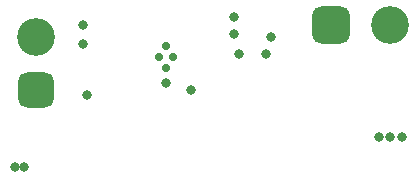
<source format=gbs>
G04*
G04 #@! TF.GenerationSoftware,Altium Limited,Altium Designer,20.1.7 (139)*
G04*
G04 Layer_Color=16711935*
%FSLAX25Y25*%
%MOIN*%
G70*
G04*
G04 #@! TF.SameCoordinates,340D3123-0E3B-44FA-9BA9-5BA34B2CC4A0*
G04*
G04*
G04 #@! TF.FilePolarity,Negative*
G04*
G01*
G75*
G04:AMPARAMS|DCode=41|XSize=126.11mil|YSize=126.11mil|CornerRadius=33.53mil|HoleSize=0mil|Usage=FLASHONLY|Rotation=0.000|XOffset=0mil|YOffset=0mil|HoleType=Round|Shape=RoundedRectangle|*
%AMROUNDEDRECTD41*
21,1,0.12611,0.05906,0,0,0.0*
21,1,0.05906,0.12611,0,0,0.0*
1,1,0.06706,0.02953,-0.02953*
1,1,0.06706,-0.02953,-0.02953*
1,1,0.06706,-0.02953,0.02953*
1,1,0.06706,0.02953,0.02953*
%
%ADD41ROUNDEDRECTD41*%
%ADD42C,0.12611*%
%ADD43C,0.02769*%
%ADD44C,0.03162*%
G04:AMPARAMS|DCode=47|XSize=118.11mil|YSize=118.11mil|CornerRadius=29.53mil|HoleSize=0mil|Usage=FLASHONLY|Rotation=0.000|XOffset=0mil|YOffset=0mil|HoleType=Round|Shape=RoundedRectangle|*
%AMROUNDEDRECTD47*
21,1,0.11811,0.05906,0,0,0.0*
21,1,0.05906,0.11811,0,0,0.0*
1,1,0.05906,0.02953,-0.02953*
1,1,0.05906,-0.02953,-0.02953*
1,1,0.05906,-0.02953,0.02953*
1,1,0.05906,0.02953,0.02953*
%
%ADD47ROUNDEDRECTD47*%
D41*
X110236Y67726D02*
D03*
D42*
X129921D02*
D03*
X11811Y63789D02*
D03*
D43*
X52854Y57096D02*
D03*
X57382D02*
D03*
X55118Y60836D02*
D03*
Y53356D02*
D03*
D44*
X7874Y20482D02*
D03*
X63540Y46154D02*
D03*
X77953Y70669D02*
D03*
X125984Y30512D02*
D03*
X129921D02*
D03*
X55118Y48435D02*
D03*
X79528Y58071D02*
D03*
X77953Y64764D02*
D03*
X90158Y63976D02*
D03*
X88583Y58071D02*
D03*
X4724Y20482D02*
D03*
X28819Y44606D02*
D03*
X27559Y61614D02*
D03*
Y67913D02*
D03*
X133858Y30512D02*
D03*
D47*
X11811Y46072D02*
D03*
M02*

</source>
